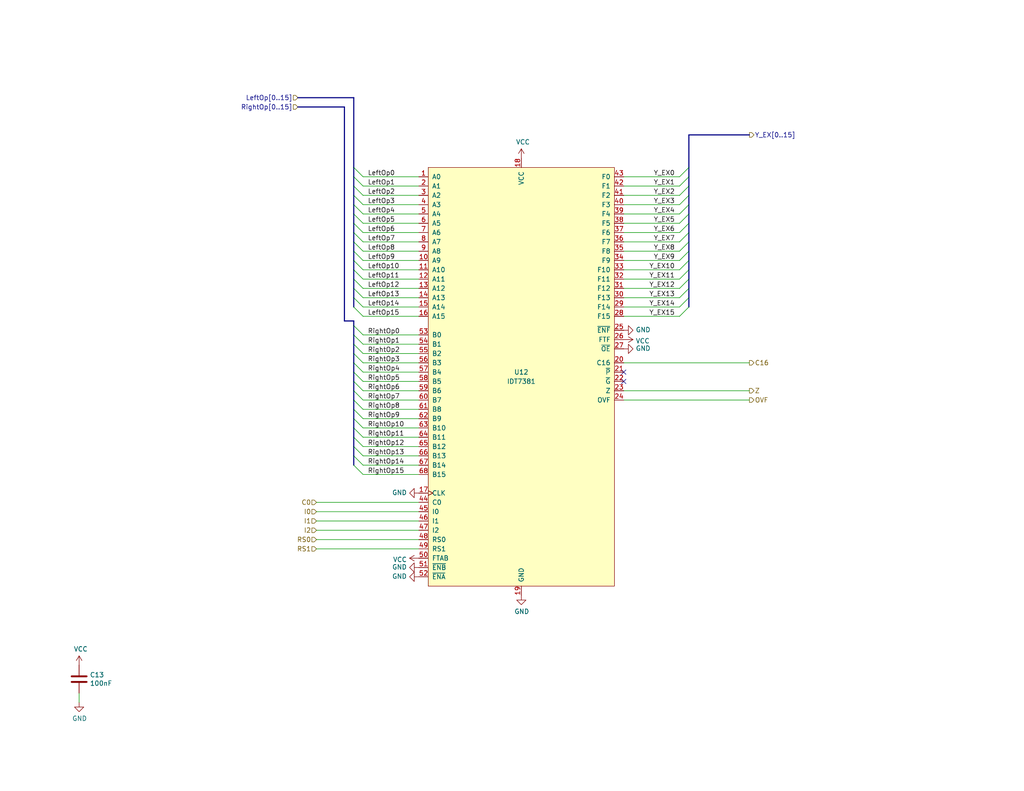
<source format=kicad_sch>
(kicad_sch (version 20230121) (generator eeschema)
  (paper "USLetter")
  (title_block (title "ALU") (date "2022-09-24") (rev "B") (comment 2 "are latched in registers in other parts of the circuit.") (comment 3 "This is configured for pure combinatorial operation where operands and outputs") (comment 4 "The ALU is built around the IDT 7381 sixteen-bit monolithic ALU IC."))
  (lib_symbols
    (symbol "Device:C" (pin_numbers hide) (pin_names (offset 0.254))
      (property "Reference" "C" (at 0.635 2.54 0))
      (property "Value" "C" (at 0.635 -2.54 0))
      (symbol "C_0_1"
        (polyline (pts (xy -2.032 -0.762) (xy 2.032 -0.762)) (stroke (width 0.508)))
        (polyline (pts (xy -2.032 0.762) (xy 2.032 0.762)) (stroke (width 0.508)))
      )
      (symbol "C_1_1"
        (pin passive line (at 0 3.81 270) (length 2.794) (name "~") (number "1"))
        (pin passive line (at 0 -3.81 90) (length 2.794) (name "~") (number "2"))
      )
    )
    (symbol "EXModule-rescue:IDT7381-CPU" (pin_names (offset 1.016))
      (property "Reference" "U" (at 1.27 2.54 0))
      (property "Value" "IDT7381-CPU" (at 1.27 0 0))
      (symbol "IDT7381-CPU_0_1"
        (rectangle (start -25.4 57.15) (end 25.4 -57.15) (fill (type background)))
      )
      (symbol "IDT7381-CPU_1_1"
        (pin input line (at -27.94 54.61 0) (length 2.54) (name "A0") (number "1"))
        (pin input line (at -27.94 31.75 0) (length 2.54) (name "A9") (number "10"))
        (pin input line (at -27.94 29.21 0) (length 2.54) (name "A10") (number "11"))
        (pin input line (at -27.94 26.67 0) (length 2.54) (name "A11") (number "12"))
        (pin input line (at -27.94 24.13 0) (length 2.54) (name "A12") (number "13"))
        (pin input line (at -27.94 21.59 0) (length 2.54) (name "A13") (number "14"))
        (pin input line (at -27.94 19.05 0) (length 2.54) (name "A14") (number "15"))
        (pin input line (at -27.94 16.51 0) (length 2.54) (name "A15") (number "16"))
        (pin input clock (at -27.94 -31.75 0) (length 2.54) (name "CLK") (number "17"))
        (pin power_in line (at 0 59.69 270) (length 2.54) (name "VCC") (number "18"))
        (pin power_in line (at 0 -59.69 90) (length 2.54) (name "GND") (number "19"))
        (pin input line (at -27.94 52.07 0) (length 2.54) (name "A1") (number "2"))
        (pin output line (at 27.94 3.81 180) (length 2.54) (name "C16") (number "20"))
        (pin output line (at 27.94 1.27 180) (length 2.54) (name "~{P}") (number "21"))
        (pin output line (at 27.94 -1.27 180) (length 2.54) (name "~{G}") (number "22"))
        (pin output line (at 27.94 -3.81 180) (length 2.54) (name "Z") (number "23"))
        (pin output line (at 27.94 -6.35 180) (length 2.54) (name "OVF") (number "24"))
        (pin input line (at 27.94 12.7 180) (length 2.54) (name "~{ENF}") (number "25"))
        (pin input line (at 27.94 10.16 180) (length 2.54) (name "FTF") (number "26"))
        (pin input line (at 27.94 7.62 180) (length 2.54) (name "~{OE}") (number "27"))
        (pin tri_state line (at 27.94 16.51 180) (length 2.54) (name "F15") (number "28"))
        (pin tri_state line (at 27.94 19.05 180) (length 2.54) (name "F14") (number "29"))
        (pin input line (at -27.94 49.53 0) (length 2.54) (name "A2") (number "3"))
        (pin tri_state line (at 27.94 21.59 180) (length 2.54) (name "F13") (number "30"))
        (pin tri_state line (at 27.94 24.13 180) (length 2.54) (name "F12") (number "31"))
        (pin tri_state line (at 27.94 26.67 180) (length 2.54) (name "F11") (number "32"))
        (pin tri_state line (at 27.94 29.21 180) (length 2.54) (name "F10") (number "33"))
        (pin tri_state line (at 27.94 31.75 180) (length 2.54) (name "F9") (number "34"))
        (pin tri_state line (at 27.94 34.29 180) (length 2.54) (name "F8") (number "35"))
        (pin tri_state line (at 27.94 36.83 180) (length 2.54) (name "F7") (number "36"))
        (pin tri_state line (at 27.94 39.37 180) (length 2.54) (name "F6") (number "37"))
        (pin tri_state line (at 27.94 41.91 180) (length 2.54) (name "F5") (number "38"))
        (pin tri_state line (at 27.94 44.45 180) (length 2.54) (name "F4") (number "39"))
        (pin input line (at -27.94 46.99 0) (length 2.54) (name "A3") (number "4"))
        (pin tri_state line (at 27.94 46.99 180) (length 2.54) (name "F3") (number "40"))
        (pin tri_state line (at 27.94 49.53 180) (length 2.54) (name "F2") (number "41"))
        (pin tri_state line (at 27.94 52.07 180) (length 2.54) (name "F1") (number "42"))
        (pin tri_state line (at 27.94 54.61 180) (length 2.54) (name "F0") (number "43"))
        (pin input line (at -27.94 -34.29 0) (length 2.54) (name "C0") (number "44"))
        (pin input line (at -27.94 -36.83 0) (length 2.54) (name "I0") (number "45"))
        (pin input line (at -27.94 -39.37 0) (length 2.54) (name "I1") (number "46"))
        (pin input line (at -27.94 -41.91 0) (length 2.54) (name "I2") (number "47"))
        (pin input line (at -27.94 -44.45 0) (length 2.54) (name "RS0") (number "48"))
        (pin input line (at -27.94 -46.99 0) (length 2.54) (name "RS1") (number "49"))
        (pin input line (at -27.94 44.45 0) (length 2.54) (name "A4") (number "5"))
        (pin input line (at -27.94 -49.53 0) (length 2.54) (name "FTAB") (number "50"))
        (pin input line (at -27.94 -52.07 0) (length 2.54) (name "~{ENB}") (number "51"))
        (pin input line (at -27.94 -54.61 0) (length 2.54) (name "~{ENA}") (number "52"))
        (pin input line (at -27.94 11.43 0) (length 2.54) (name "B0") (number "53"))
        (pin input line (at -27.94 8.89 0) (length 2.54) (name "B1") (number "54"))
        (pin input line (at -27.94 6.35 0) (length 2.54) (name "B2") (number "55"))
        (pin input line (at -27.94 3.81 0) (length 2.54) (name "B3") (number "56"))
        (pin input line (at -27.94 1.27 0) (length 2.54) (name "B4") (number "57"))
        (pin input line (at -27.94 -1.27 0) (length 2.54) (name "B5") (number "58"))
        (pin input line (at -27.94 -3.81 0) (length 2.54) (name "B6") (number "59"))
        (pin input line (at -27.94 41.91 0) (length 2.54) (name "A5") (number "6"))
        (pin input line (at -27.94 -6.35 0) (length 2.54) (name "B7") (number "60"))
        (pin input line (at -27.94 -8.89 0) (length 2.54) (name "B8") (number "61"))
        (pin input line (at -27.94 -11.43 0) (length 2.54) (name "B9") (number "62"))
        (pin input line (at -27.94 -13.97 0) (length 2.54) (name "B10") (number "63"))
        (pin input line (at -27.94 -16.51 0) (length 2.54) (name "B11") (number "64"))
        (pin input line (at -27.94 -19.05 0) (length 2.54) (name "B12") (number "65"))
        (pin input line (at -27.94 -21.59 0) (length 2.54) (name "B13") (number "66"))
        (pin input line (at -27.94 -24.13 0) (length 2.54) (name "B14") (number "67"))
        (pin input line (at -27.94 -26.67 0) (length 2.54) (name "B15") (number "68"))
        (pin input line (at -27.94 39.37 0) (length 2.54) (name "A6") (number "7"))
        (pin input line (at -27.94 36.83 0) (length 2.54) (name "A7") (number "8"))
        (pin input line (at -27.94 34.29 0) (length 2.54) (name "A8") (number "9"))
      )
    )
    (symbol "power:GND" (power) (pin_names (offset 0))
      (property "Value" "GND" (at 0 -3.81 0))
      (symbol "GND_0_1"
        (polyline (pts (xy 0 0) (xy 0 -1.27) (xy 1.27 -1.27) (xy 0 -2.54) (xy -1.27 -1.27) (xy 0 -1.27)))
      )
      (symbol "GND_1_1"
        (pin power_in line (at 0 0 270) (length 0) hide (name "GND") (number "1"))
      )
    )
    (symbol "power:VCC" (power) (pin_names (offset 0))
      (property "Value" "VCC" (at 0 3.81 0))
      (symbol "VCC_0_1"
        (polyline (pts (xy -0.762 1.27) (xy 0 2.54)))
        (polyline (pts (xy 0 0) (xy 0 2.54)))
        (polyline (pts (xy 0 2.54) (xy 0.762 1.27)))
      )
      (symbol "VCC_1_1"
        (pin power_in line (at 0 0 90) (length 0) hide (name "VCC") (number "1"))
      )
    )
  )
  (no_connect (at 170.18 104.14))
  (no_connect (at 170.18 101.6))
  (bus_entry (at 99.06 129.54) (size -2.54 -2.54))
  (bus_entry (at 99.06 66.04) (size -2.54 -2.54))
  (bus_entry (at 99.06 68.58) (size -2.54 -2.54))
  (bus_entry (at 99.06 99.06) (size -2.54 -2.54))
  (bus_entry (at 99.06 81.28) (size -2.54 -2.54))
  (bus_entry (at 99.06 63.5) (size -2.54 -2.54))
  (bus_entry (at 99.06 76.2) (size -2.54 -2.54))
  (bus_entry (at 99.06 55.88) (size -2.54 -2.54))
  (bus_entry (at 99.06 111.76) (size -2.54 -2.54))
  (bus_entry (at 99.06 93.98) (size -2.54 -2.54))
  (bus_entry (at 99.06 73.66) (size -2.54 -2.54))
  (bus_entry (at 99.06 127) (size -2.54 -2.54))
  (bus_entry (at 99.06 83.82) (size -2.54 -2.54))
  (bus_entry (at 99.06 71.12) (size -2.54 -2.54))
  (bus_entry (at 185.42 58.42) (size 2.54 -2.54))
  (bus_entry (at 99.06 48.26) (size -2.54 -2.54))
  (bus_entry (at 185.42 50.8) (size 2.54 -2.54))
  (bus_entry (at 99.06 58.42) (size -2.54 -2.54))
  (bus_entry (at 185.42 83.82) (size 2.54 -2.54))
  (bus_entry (at 99.06 50.8) (size -2.54 -2.54))
  (bus_entry (at 99.06 86.36) (size -2.54 -2.54))
  (bus_entry (at 99.06 78.74) (size -2.54 -2.54))
  (bus_entry (at 185.42 55.88) (size 2.54 -2.54))
  (bus_entry (at 99.06 104.14) (size -2.54 -2.54))
  (bus_entry (at 99.06 121.92) (size -2.54 -2.54))
  (bus_entry (at 99.06 101.6) (size -2.54 -2.54))
  (bus_entry (at 99.06 60.96) (size -2.54 -2.54))
  (bus_entry (at 185.42 78.74) (size 2.54 -2.54))
  (bus_entry (at 99.06 96.52) (size -2.54 -2.54))
  (bus_entry (at 99.06 106.68) (size -2.54 -2.54))
  (bus_entry (at 99.06 116.84) (size -2.54 -2.54))
  (bus_entry (at 99.06 124.46) (size -2.54 -2.54))
  (bus_entry (at 99.06 53.34) (size -2.54 -2.54))
  (bus_entry (at 185.42 76.2) (size 2.54 -2.54))
  (bus_entry (at 185.42 53.34) (size 2.54 -2.54))
  (bus_entry (at 185.42 71.12) (size 2.54 -2.54))
  (bus_entry (at 185.42 73.66) (size 2.54 -2.54))
  (bus_entry (at 99.06 119.38) (size -2.54 -2.54))
  (bus_entry (at 185.42 66.04) (size 2.54 -2.54))
  (bus_entry (at 185.42 81.28) (size 2.54 -2.54))
  (bus_entry (at 185.42 86.36) (size 2.54 -2.54))
  (bus_entry (at 185.42 68.58) (size 2.54 -2.54))
  (bus_entry (at 99.06 109.22) (size -2.54 -2.54))
  (bus_entry (at 185.42 63.5) (size 2.54 -2.54))
  (bus_entry (at 185.42 60.96) (size 2.54 -2.54))
  (bus_entry (at 99.06 114.3) (size -2.54 -2.54))
  (bus_entry (at 99.06 91.44) (size -2.54 -2.54))
  (bus_entry (at 185.42 48.26) (size 2.54 -2.54))
  (bus (pts (xy 187.96 63.5) (xy 187.96 66.04)))
  (bus (pts (xy 96.52 76.2) (xy 96.52 78.74)))
  (wire (pts (xy 185.42 58.42) (xy 170.18 58.42)))
  (wire (pts (xy 99.06 106.68) (xy 114.3 106.68)))
  (bus (pts (xy 187.96 78.74) (xy 187.96 81.28)))
  (wire (pts (xy 21.59 191.77) (xy 21.59 189.23)))
  (wire (pts (xy 185.42 48.26) (xy 170.18 48.26)))
  (bus (pts (xy 187.96 48.26) (xy 187.96 50.8)))
  (wire (pts (xy 185.42 60.96) (xy 170.18 60.96)))
  (wire (pts (xy 170.18 109.22) (xy 204.47 109.22)))
  (bus (pts (xy 187.96 68.58) (xy 187.96 71.12)))
  (bus (pts (xy 187.96 55.88) (xy 187.96 58.42)))
  (wire (pts (xy 185.42 83.82) (xy 170.18 83.82)))
  (bus (pts (xy 96.52 81.28) (xy 96.52 83.82)))
  (wire (pts (xy 99.06 76.2) (xy 114.3 76.2)))
  (bus (pts (xy 93.98 87.63) (xy 96.52 87.63)))
  (bus (pts (xy 187.96 45.72) (xy 187.96 48.26)))
  (bus (pts (xy 187.96 58.42) (xy 187.96 60.96)))
  (bus (pts (xy 96.52 71.12) (xy 96.52 73.66)))
  (bus (pts (xy 96.52 96.52) (xy 96.52 99.06)))
  (wire (pts (xy 99.06 83.82) (xy 114.3 83.82)))
  (bus (pts (xy 96.52 55.88) (xy 96.52 58.42)))
  (bus (pts (xy 96.52 26.67) (xy 96.52 45.72)))
  (wire (pts (xy 185.42 63.5) (xy 170.18 63.5)))
  (wire (pts (xy 99.06 63.5) (xy 114.3 63.5)))
  (wire (pts (xy 99.06 68.58) (xy 114.3 68.58)))
  (wire (pts (xy 114.3 142.24) (xy 86.36 142.24)))
  (wire (pts (xy 185.42 76.2) (xy 170.18 76.2)))
  (wire (pts (xy 99.06 99.06) (xy 114.3 99.06)))
  (bus (pts (xy 96.52 101.6) (xy 96.52 104.14)))
  (wire (pts (xy 99.06 73.66) (xy 114.3 73.66)))
  (wire (pts (xy 99.06 50.8) (xy 114.3 50.8)))
  (bus (pts (xy 96.52 111.76) (xy 96.52 114.3)))
  (wire (pts (xy 185.42 66.04) (xy 170.18 66.04)))
  (bus (pts (xy 96.52 58.42) (xy 96.52 60.96)))
  (bus (pts (xy 96.52 63.5) (xy 96.52 66.04)))
  (bus (pts (xy 187.96 73.66) (xy 187.96 76.2)))
  (bus (pts (xy 96.52 60.96) (xy 96.52 63.5)))
  (wire (pts (xy 99.06 78.74) (xy 114.3 78.74)))
  (wire (pts (xy 99.06 109.22) (xy 114.3 109.22)))
  (wire (pts (xy 99.06 58.42) (xy 114.3 58.42)))
  (bus (pts (xy 96.52 99.06) (xy 96.52 101.6)))
  (bus (pts (xy 96.52 50.8) (xy 96.52 53.34)))
  (wire (pts (xy 185.42 86.36) (xy 170.18 86.36)))
  (wire (pts (xy 185.42 53.34) (xy 170.18 53.34)))
  (bus (pts (xy 96.52 66.04) (xy 96.52 68.58)))
  (bus (pts (xy 96.52 119.38) (xy 96.52 121.92)))
  (wire (pts (xy 99.06 71.12) (xy 114.3 71.12)))
  (wire (pts (xy 99.06 116.84) (xy 114.3 116.84)))
  (bus (pts (xy 96.52 87.63) (xy 96.52 88.9)))
  (bus (pts (xy 96.52 68.58) (xy 96.52 71.12)))
  (bus (pts (xy 96.52 48.26) (xy 96.52 50.8)))
  (wire (pts (xy 99.06 124.46) (xy 114.3 124.46)))
  (wire (pts (xy 99.06 101.6) (xy 114.3 101.6)))
  (bus (pts (xy 187.96 76.2) (xy 187.96 78.74)))
  (wire (pts (xy 185.42 73.66) (xy 170.18 73.66)))
  (wire (pts (xy 99.06 121.92) (xy 114.3 121.92)))
  (wire (pts (xy 99.06 48.26) (xy 114.3 48.26)))
  (wire (pts (xy 99.06 91.44) (xy 114.3 91.44)))
  (bus (pts (xy 96.52 124.46) (xy 96.52 127)))
  (bus (pts (xy 96.52 93.98) (xy 96.52 96.52)))
  (bus (pts (xy 187.96 36.83) (xy 187.96 45.72)))
  (bus (pts (xy 96.52 116.84) (xy 96.52 119.38)))
  (bus (pts (xy 96.52 88.9) (xy 96.52 91.44)))
  (bus (pts (xy 96.52 73.66) (xy 96.52 76.2)))
  (wire (pts (xy 99.06 111.76) (xy 114.3 111.76)))
  (wire (pts (xy 99.06 93.98) (xy 114.3 93.98)))
  (bus (pts (xy 96.52 104.14) (xy 96.52 106.68)))
  (wire (pts (xy 170.18 106.68) (xy 204.47 106.68)))
  (wire (pts (xy 99.06 81.28) (xy 114.3 81.28)))
  (bus (pts (xy 96.52 78.74) (xy 96.52 81.28)))
  (wire (pts (xy 99.06 127) (xy 114.3 127)))
  (bus (pts (xy 96.52 45.72) (xy 96.52 48.26)))
  (bus (pts (xy 204.47 36.83) (xy 187.96 36.83)))
  (bus (pts (xy 187.96 50.8) (xy 187.96 53.34)))
  (wire (pts (xy 185.42 68.58) (xy 170.18 68.58)))
  (bus (pts (xy 187.96 71.12) (xy 187.96 73.66)))
  (bus (pts (xy 187.96 66.04) (xy 187.96 68.58)))
  (wire (pts (xy 99.06 66.04) (xy 114.3 66.04)))
  (bus (pts (xy 96.52 53.34) (xy 96.52 55.88)))
  (wire (pts (xy 185.42 50.8) (xy 170.18 50.8)))
  (bus (pts (xy 96.52 109.22) (xy 96.52 111.76)))
  (wire (pts (xy 99.06 86.36) (xy 114.3 86.36)))
  (bus (pts (xy 187.96 81.28) (xy 187.96 83.82)))
  (bus (pts (xy 93.98 29.21) (xy 93.98 87.63)))
  (wire (pts (xy 185.42 81.28) (xy 170.18 81.28)))
  (bus (pts (xy 96.52 106.68) (xy 96.52 109.22)))
  (wire (pts (xy 99.06 96.52) (xy 114.3 96.52)))
  (wire (pts (xy 185.42 78.74) (xy 170.18 78.74)))
  (bus (pts (xy 96.52 114.3) (xy 96.52 116.84)))
  (wire (pts (xy 86.36 137.16) (xy 114.3 137.16)))
  (bus (pts (xy 96.52 121.92) (xy 96.52 124.46)))
  (wire (pts (xy 99.06 114.3) (xy 114.3 114.3)))
  (wire (pts (xy 99.06 119.38) (xy 114.3 119.38)))
  (wire (pts (xy 99.06 104.14) (xy 114.3 104.14)))
  (wire (pts (xy 99.06 55.88) (xy 114.3 55.88)))
  (wire (pts (xy 114.3 144.78) (xy 86.36 144.78)))
  (wire (pts (xy 99.06 60.96) (xy 114.3 60.96)))
  (wire (pts (xy 114.3 147.32) (xy 86.36 147.32)))
  (wire (pts (xy 114.3 139.7) (xy 86.36 139.7)))
  (wire (pts (xy 170.18 99.06) (xy 204.47 99.06)))
  (bus (pts (xy 93.98 29.21) (xy 81.28 29.21)))
  (wire (pts (xy 114.3 149.86) (xy 86.36 149.86)))
  (wire (pts (xy 99.06 129.54) (xy 114.3 129.54)))
  (wire (pts (xy 99.06 53.34) (xy 114.3 53.34)))
  (wire (pts (xy 185.42 55.88) (xy 170.18 55.88)))
  (bus (pts (xy 96.52 91.44) (xy 96.52 93.98)))
  (wire (pts (xy 185.42 71.12) (xy 170.18 71.12)))
  (bus (pts (xy 187.96 53.34) (xy 187.96 55.88)))
  (bus (pts (xy 96.52 26.67) (xy 81.28 26.67)))
  (bus (pts (xy 187.96 60.96) (xy 187.96 63.5)))
  (label "RightOp13" (at 100.33 124.46 0))
  (label "RightOp2" (at 100.33 96.52 0))
  (label "Y_EX6" (at 184.15 63.5 180))
  (label "Y_EX3" (at 184.15 55.88 180))
  (label "Y_EX14" (at 184.15 83.82 180))
  (label "Y_EX13" (at 184.15 81.28 180))
  (label "Y_EX11" (at 184.15 76.2 180))
  (label "RightOp14" (at 100.33 127 0))
  (label "LeftOp11" (at 100.33 76.2 0))
  (label "LeftOp15" (at 100.33 86.36 0))
  (label "LeftOp0" (at 100.33 48.26 0))
  (label "Y_EX5" (at 184.15 60.96 180))
  (label "RightOp3" (at 100.33 99.06 0))
  (label "LeftOp9" (at 100.33 71.12 0))
  (label "RightOp1" (at 100.33 93.98 0))
  (label "RightOp11" (at 100.33 119.38 0))
  (label "LeftOp6" (at 100.33 63.5 0))
  (label "LeftOp13" (at 100.33 81.28 0))
  (label "LeftOp10" (at 100.33 73.66 0))
  (label "RightOp0" (at 100.33 91.44 0))
  (label "RightOp5" (at 100.33 104.14 0))
  (label "Y_EX10" (at 184.15 73.66 180))
  (label "RightOp7" (at 100.33 109.22 0))
  (label "LeftOp1" (at 100.33 50.8 0))
  (label "Y_EX4" (at 184.15 58.42 180))
  (label "Y_EX9" (at 184.15 71.12 180))
  (label "Y_EX7" (at 184.15 66.04 180))
  (label "Y_EX1" (at 184.15 50.8 180))
  (label "LeftOp12" (at 100.33 78.74 0))
  (label "Y_EX8" (at 184.15 68.58 180))
  (label "Y_EX2" (at 184.15 53.34 180))
  (label "Y_EX12" (at 184.15 78.74 180))
  (label "RightOp10" (at 100.33 116.84 0))
  (label "LeftOp4" (at 100.33 58.42 0))
  (label "LeftOp14" (at 100.33 83.82 0))
  (label "LeftOp3" (at 100.33 55.88 0))
  (label "RightOp9" (at 100.33 114.3 0))
  (label "Y_EX0" (at 184.15 48.26 180))
  (label "Y_EX15" (at 184.15 86.36 180))
  (label "LeftOp2" (at 100.33 53.34 0))
  (label "LeftOp5" (at 100.33 60.96 0))
  (label "RightOp12" (at 100.33 121.92 0))
  (label "RightOp4" (at 100.33 101.6 0))
  (label "RightOp8" (at 100.33 111.76 0))
  (label "RightOp6" (at 100.33 106.68 0))
  (label "RightOp15" (at 100.33 129.54 0))
  (label "LeftOp8" (at 100.33 68.58 0))
  (label "LeftOp7" (at 100.33 66.04 0))
  (hierarchical_label "Y_EX[0..15]" (shape output) (at 204.47 36.83 0))
  (hierarchical_label "RS0" (shape input) (at 86.36 147.32 180))
  (hierarchical_label "Z" (shape output) (at 204.47 106.68 0))
  (hierarchical_label "RightOp[0..15]" (shape input) (at 81.28 29.21 180))
  (hierarchical_label "RS1" (shape input) (at 86.36 149.86 180))
  (hierarchical_label "I1" (shape input) (at 86.36 142.24 180))
  (hierarchical_label "I2" (shape input) (at 86.36 144.78 180))
  (hierarchical_label "C16" (shape output) (at 204.47 99.06 0))
  (hierarchical_label "LeftOp[0..15]" (shape input) (at 81.28 26.67 180))
  (hierarchical_label "C0" (shape input) (at 86.36 137.16 180))
  (hierarchical_label "I0" (shape input) (at 86.36 139.7 180))
  (hierarchical_label "OVF" (shape output) (at 204.47 109.22 0))
  (symbol (lib_id "Device:C") (at 21.59 185.42 0) (unit 1)
    (property "Reference" "C13" (at 24.511 184.2516 0) (effects (justify left)))
    (property "Value" "100nF" (at 24.511 186.563 0) (effects (justify left)))
    (property "Footprint" "Capacitor_SMD:C_0603_1608Metric_Pad1.08x0.95mm_HandSolder" (effects hide))
    (property "Mouser" "https://www.mouser.com/ProductDetail/963-EMK107B7104KAHT" (effects hide))
  )
  (symbol (lib_id "power:VCC") (at 21.59 181.61 0) (unit 1)
    (property "Reference" "#PWR058" (effects hide))
    (property "Value" "VCC" (at 22.0218 177.2158 0))
  )
  (symbol (lib_id "power:GND") (at 21.59 191.77 0) (unit 1)
    (property "Reference" "#PWR059" (effects hide))
    (property "Value" "GND" (at 21.717 196.1642 0))
  )
  (symbol (lib_id "EXModule-rescue:IDT7381-CPU") (at 142.24 102.87 0) (unit 1)
    (property "Reference" "U12" (at 142.24 101.6 0))
    (property "Value" "IDT7381" (at 142.24 104.14 0))
    (property "Footprint" "Package_LCC:PLCC-68_SMD-Socket" (effects hide))
    (property "Datasheet" "https://www.digchip.com/datasheets/download_datasheet.php?id=419696&part-number=IDT7381" (effects hide))
    (property "Mouser" "https://www.mouser.com/ProductDetail/3M-Electronic-Solutions-Division/8468-21B1-RK-TP?qs=WZRMhwwaLl%2FJN6Bcf7US3Q%3D%3D" (effects hide))
  )
  (symbol (lib_id "power:VCC") (at 142.24 43.18 0) (unit 1)
    (property "Reference" "#PWR064" (effects hide))
    (property "Value" "VCC" (at 142.6718 38.7858 0))
  )
  (symbol (lib_id "power:GND") (at 142.24 162.56 0) (unit 1)
    (property "Reference" "#PWR065" (effects hide))
    (property "Value" "GND" (at 142.367 166.9542 0))
  )
  (symbol (lib_id "power:GND") (at 170.18 90.17 90) (unit 1)
    (property "Reference" "#PWR066" (effects hide))
    (property "Value" "GND" (at 173.4312 90.043 90) (effects (justify right)))
  )
  (symbol (lib_id "power:GND") (at 114.3 154.94 270) (mirror x) (unit 1)
    (property "Reference" "#PWR062" (effects hide))
    (property "Value" "GND" (at 111.0488 154.813 90) (effects (justify right)))
  )
  (symbol (lib_id "power:GND") (at 114.3 157.48 270) (mirror x) (unit 1)
    (property "Reference" "#PWR063" (effects hide))
    (property "Value" "GND" (at 111.0488 157.353 90) (effects (justify right)))
  )
  (symbol (lib_id "power:VCC") (at 170.18 92.71 270) (unit 1)
    (property "Reference" "#PWR067" (effects hide))
    (property "Value" "VCC" (at 173.4312 93.091 90) (effects (justify left)))
  )
  (symbol (lib_id "power:GND") (at 114.3 134.62 270) (mirror x) (unit 1)
    (property "Reference" "#PWR060" (effects hide))
    (property "Value" "GND" (at 111.0488 134.493 90) (effects (justify right)))
  )
  (symbol (lib_id "power:VCC") (at 114.3 152.4 90) (mirror x) (unit 1)
    (property "Reference" "#PWR061" (effects hide))
    (property "Value" "VCC" (at 111.0488 152.781 90) (effects (justify left)))
  )
  (symbol (lib_id "power:GND") (at 170.18 95.25 90) (unit 1)
    (property "Reference" "#PWR068" (effects hide))
    (property "Value" "GND" (at 173.4312 95.123 90) (effects (justify right)))
  )
)
</source>
